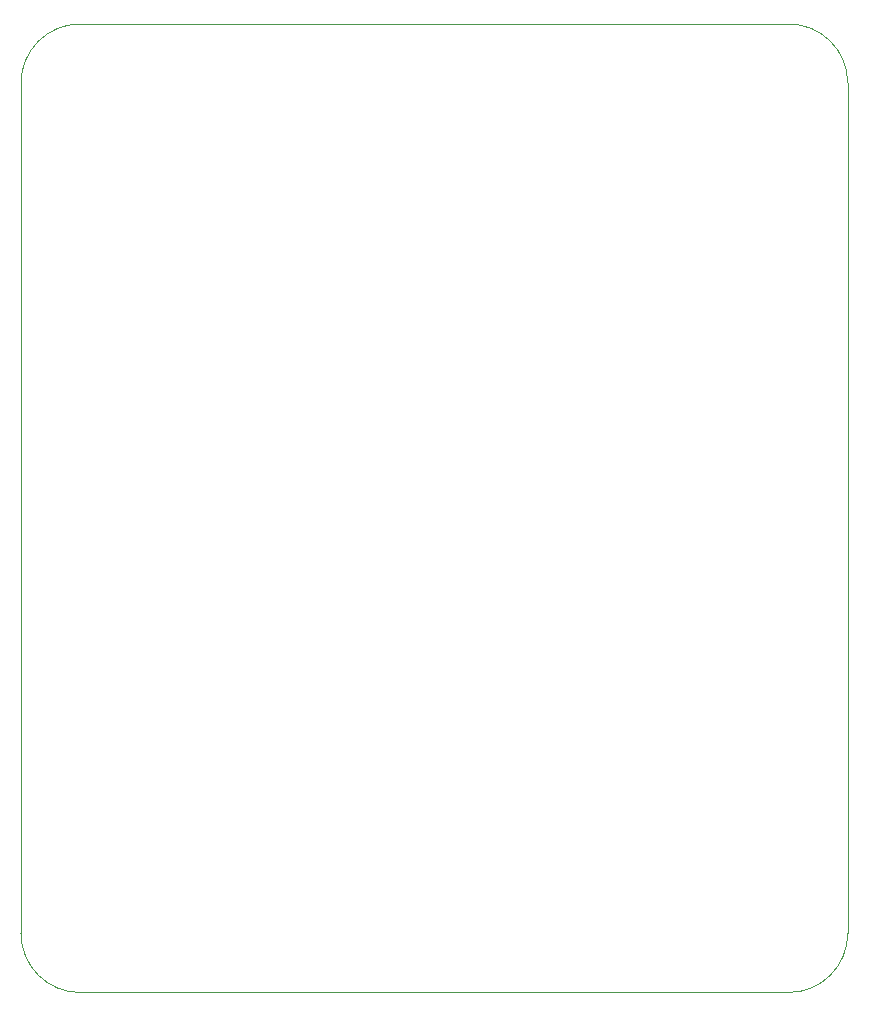
<source format=gbr>
%TF.GenerationSoftware,KiCad,Pcbnew,9.0.2*%
%TF.CreationDate,2025-10-26T15:03:14+01:00*%
%TF.ProjectId,onyks_iot_control_cabinet_pcb,6f6e796b-735f-4696-9f74-5f636f6e7472,rev?*%
%TF.SameCoordinates,Original*%
%TF.FileFunction,Profile,NP*%
%FSLAX46Y46*%
G04 Gerber Fmt 4.6, Leading zero omitted, Abs format (unit mm)*
G04 Created by KiCad (PCBNEW 9.0.2) date 2025-10-26 15:03:14*
%MOMM*%
%LPD*%
G01*
G04 APERTURE LIST*
%TA.AperFunction,Profile*%
%ADD10C,0.050000*%
%TD*%
G04 APERTURE END LIST*
D10*
X155000000Y-48000000D02*
G75*
G02*
X160000000Y-43000000I5000000J0D01*
G01*
X225000000Y-120000000D02*
X225000000Y-48000000D01*
X155000000Y-48000000D02*
X155000000Y-120000000D01*
X160000000Y-43000000D02*
X220000000Y-43000000D01*
X160000000Y-125000000D02*
X220000000Y-125000000D01*
X160000000Y-125000000D02*
G75*
G02*
X155000000Y-120000000I0J5000000D01*
G01*
X220000000Y-43000000D02*
G75*
G02*
X225000000Y-48000000I0J-5000000D01*
G01*
X225000000Y-120000000D02*
G75*
G02*
X220000000Y-125000000I-5000000J0D01*
G01*
M02*

</source>
